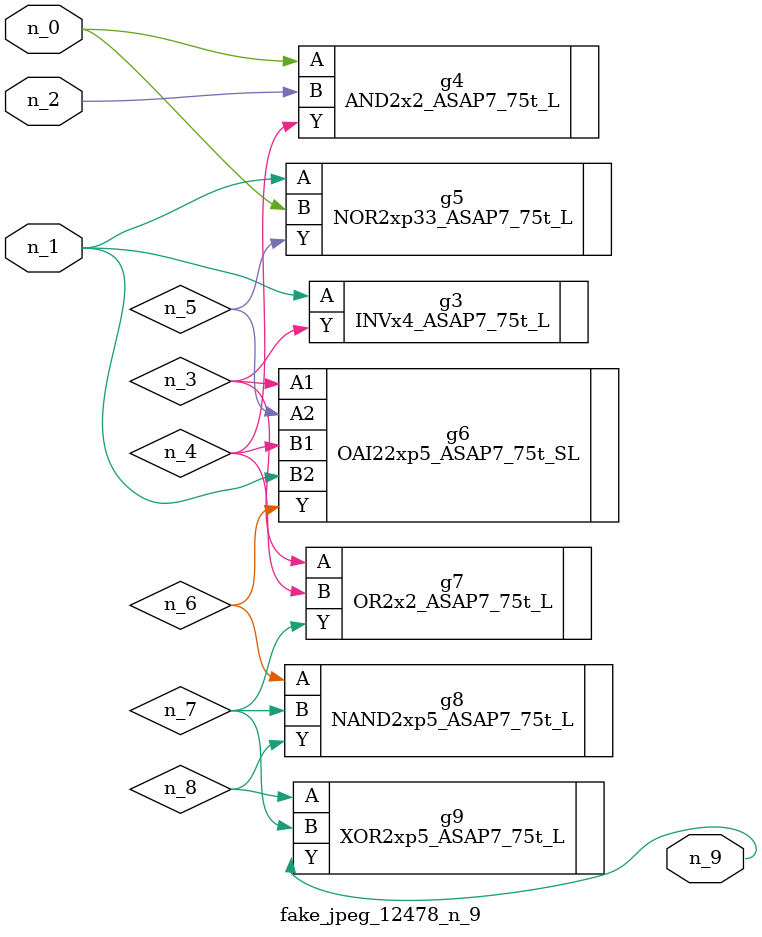
<source format=v>
module fake_jpeg_12478_n_9 (n_0, n_2, n_1, n_9);

input n_0;
input n_2;
input n_1;

output n_9;

wire n_3;
wire n_4;
wire n_8;
wire n_6;
wire n_5;
wire n_7;

INVx4_ASAP7_75t_L g3 ( 
.A(n_1),
.Y(n_3)
);

AND2x2_ASAP7_75t_L g4 ( 
.A(n_0),
.B(n_2),
.Y(n_4)
);

NOR2xp33_ASAP7_75t_L g5 ( 
.A(n_1),
.B(n_0),
.Y(n_5)
);

OAI22xp5_ASAP7_75t_SL g6 ( 
.A1(n_3),
.A2(n_5),
.B1(n_4),
.B2(n_1),
.Y(n_6)
);

NAND2xp5_ASAP7_75t_L g8 ( 
.A(n_6),
.B(n_7),
.Y(n_8)
);

OR2x2_ASAP7_75t_L g7 ( 
.A(n_3),
.B(n_4),
.Y(n_7)
);

XOR2xp5_ASAP7_75t_L g9 ( 
.A(n_8),
.B(n_7),
.Y(n_9)
);


endmodule
</source>
